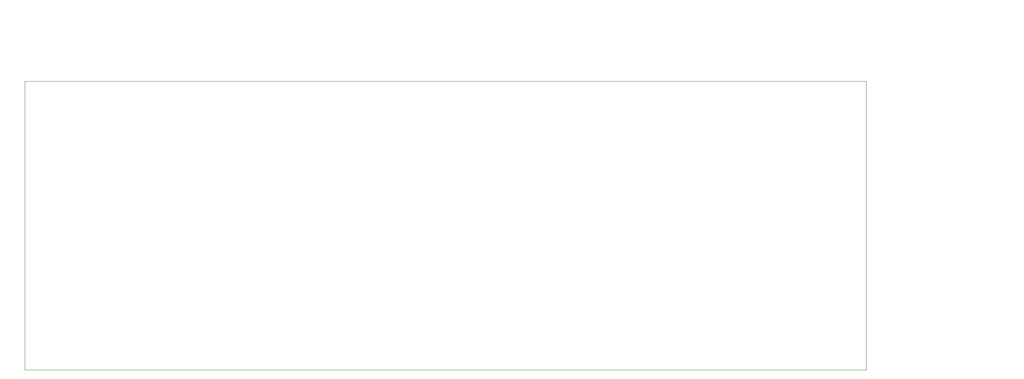
<source format=gbr>
%TF.GenerationSoftware,KiCad,Pcbnew,(7.0.0)*%
%TF.CreationDate,2023-08-01T12:05:37+01:00*%
%TF.ProjectId,disappointment,64697361-7070-46f6-996e-746d656e742e,rev?*%
%TF.SameCoordinates,Original*%
%TF.FileFunction,Profile,NP*%
%FSLAX46Y46*%
G04 Gerber Fmt 4.6, Leading zero omitted, Abs format (unit mm)*
G04 Created by KiCad (PCBNEW (7.0.0)) date 2023-08-01 12:05:37*
%MOMM*%
%LPD*%
G01*
G04 APERTURE LIST*
%TA.AperFunction,Profile*%
%ADD10C,0.100000*%
%TD*%
G04 APERTURE END LIST*
D10*
X229000000Y-138000000D02*
X229000000Y-79580000D01*
X59000000Y-138000000D02*
X59000000Y-79580000D01*
X229000000Y-138000000D02*
X59000000Y-138000000D01*
X255990000Y-65000000D02*
X255990000Y-65000000D01*
X59000000Y-79580000D02*
X229000000Y-79580000D01*
M02*

</source>
